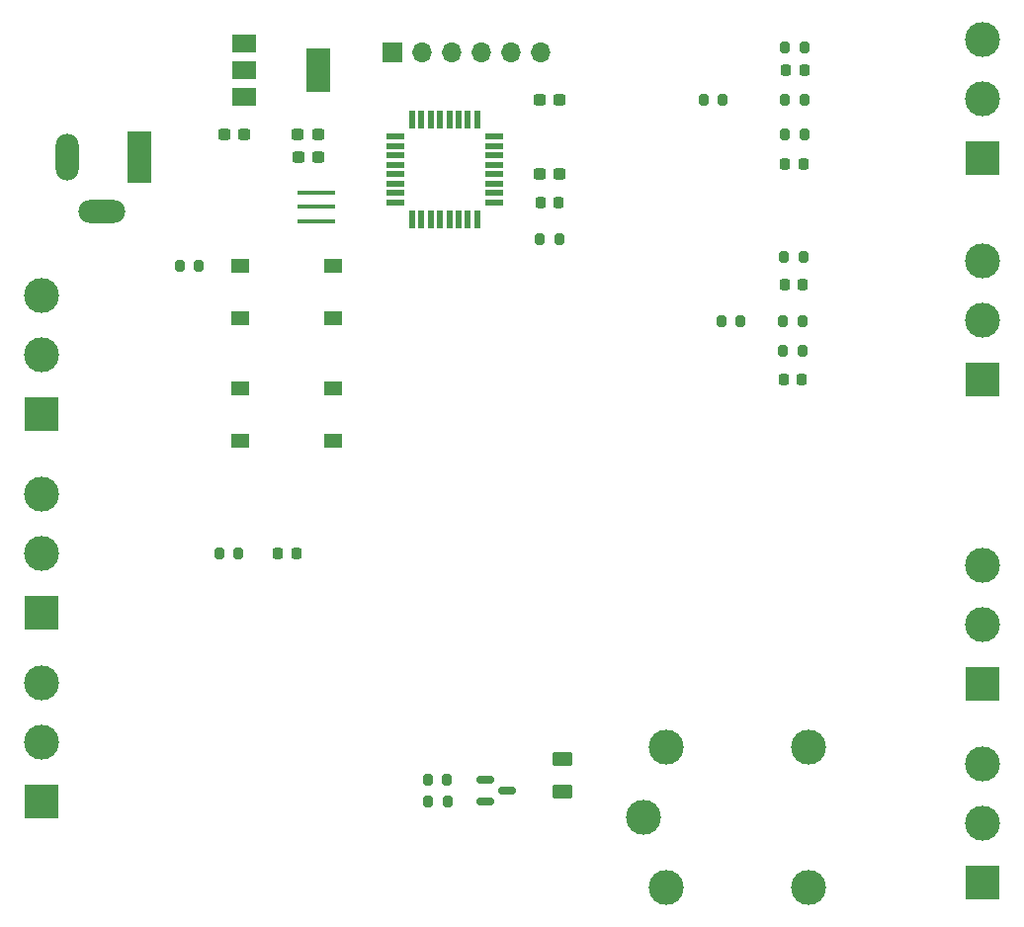
<source format=gbr>
%TF.GenerationSoftware,KiCad,Pcbnew,(6.0.9-0)*%
%TF.CreationDate,2023-01-29T21:20:06-03:00*%
%TF.ProjectId,WaterPumpControl,57617465-7250-4756-9d70-436f6e74726f,rev?*%
%TF.SameCoordinates,Original*%
%TF.FileFunction,Soldermask,Top*%
%TF.FilePolarity,Negative*%
%FSLAX46Y46*%
G04 Gerber Fmt 4.6, Leading zero omitted, Abs format (unit mm)*
G04 Created by KiCad (PCBNEW (6.0.9-0)) date 2023-01-29 21:20:06*
%MOMM*%
%LPD*%
G01*
G04 APERTURE LIST*
G04 Aperture macros list*
%AMRoundRect*
0 Rectangle with rounded corners*
0 $1 Rounding radius*
0 $2 $3 $4 $5 $6 $7 $8 $9 X,Y pos of 4 corners*
0 Add a 4 corners polygon primitive as box body*
4,1,4,$2,$3,$4,$5,$6,$7,$8,$9,$2,$3,0*
0 Add four circle primitives for the rounded corners*
1,1,$1+$1,$2,$3*
1,1,$1+$1,$4,$5*
1,1,$1+$1,$6,$7*
1,1,$1+$1,$8,$9*
0 Add four rect primitives between the rounded corners*
20,1,$1+$1,$2,$3,$4,$5,0*
20,1,$1+$1,$4,$5,$6,$7,0*
20,1,$1+$1,$6,$7,$8,$9,0*
20,1,$1+$1,$8,$9,$2,$3,0*%
G04 Aperture macros list end*
%ADD10R,3.000000X3.000000*%
%ADD11C,3.000000*%
%ADD12RoundRect,0.200000X-0.200000X-0.275000X0.200000X-0.275000X0.200000X0.275000X-0.200000X0.275000X0*%
%ADD13R,1.550000X1.300000*%
%ADD14RoundRect,0.237500X0.300000X0.237500X-0.300000X0.237500X-0.300000X-0.237500X0.300000X-0.237500X0*%
%ADD15RoundRect,0.218750X0.218750X0.256250X-0.218750X0.256250X-0.218750X-0.256250X0.218750X-0.256250X0*%
%ADD16RoundRect,0.200000X0.200000X0.275000X-0.200000X0.275000X-0.200000X-0.275000X0.200000X-0.275000X0*%
%ADD17R,1.600000X0.550000*%
%ADD18R,0.550000X1.600000*%
%ADD19R,2.000000X1.500000*%
%ADD20R,2.000000X3.800000*%
%ADD21R,1.700000X1.700000*%
%ADD22O,1.700000X1.700000*%
%ADD23R,3.200000X0.400000*%
%ADD24RoundRect,0.150000X-0.587500X-0.150000X0.587500X-0.150000X0.587500X0.150000X-0.587500X0.150000X0*%
%ADD25R,2.000000X4.500000*%
%ADD26O,2.000000X4.000000*%
%ADD27O,4.000000X2.000000*%
%ADD28RoundRect,0.250000X0.625000X-0.375000X0.625000X0.375000X-0.625000X0.375000X-0.625000X-0.375000X0*%
G04 APERTURE END LIST*
D10*
%TO.C,J9*%
X26000000Y-89160000D03*
D11*
X26000000Y-84080000D03*
X26000000Y-79000000D03*
%TD*%
D10*
%TO.C,J4*%
X106550000Y-96085664D03*
D11*
X106550000Y-91005664D03*
X106550000Y-85925664D03*
%TD*%
D12*
%TO.C,R12*%
X37815870Y-43250933D03*
X39465870Y-43250933D03*
%TD*%
D13*
%TO.C,SW2*%
X50975000Y-53750000D03*
X43025000Y-53750000D03*
X50975000Y-58250000D03*
X43025000Y-58250000D03*
%TD*%
D14*
%TO.C,C3*%
X49678061Y-33953890D03*
X47953061Y-33953890D03*
%TD*%
D15*
%TO.C,D5*%
X47787500Y-67900000D03*
X46212500Y-67900000D03*
%TD*%
D16*
%TO.C,R11*%
X70325000Y-41000000D03*
X68675000Y-41000000D03*
%TD*%
D15*
%TO.C,D2*%
X91252951Y-34502571D03*
X89677951Y-34502571D03*
%TD*%
D12*
%TO.C,R1*%
X59071323Y-87254820D03*
X60721323Y-87254820D03*
%TD*%
D15*
%TO.C,D3*%
X91187500Y-44900000D03*
X89612500Y-44900000D03*
%TD*%
D16*
%TO.C,R3*%
X91325000Y-32000000D03*
X89675000Y-32000000D03*
%TD*%
D17*
%TO.C,U2*%
X56250000Y-32200000D03*
X56250000Y-33000000D03*
X56250000Y-33800000D03*
X56250000Y-34600000D03*
X56250000Y-35400000D03*
X56250000Y-36200000D03*
X56250000Y-37000000D03*
X56250000Y-37800000D03*
D18*
X57700000Y-39250000D03*
X58500000Y-39250000D03*
X59300000Y-39250000D03*
X60100000Y-39250000D03*
X60900000Y-39250000D03*
X61700000Y-39250000D03*
X62500000Y-39250000D03*
X63300000Y-39250000D03*
D17*
X64750000Y-37800000D03*
X64750000Y-37000000D03*
X64750000Y-36200000D03*
X64750000Y-35400000D03*
X64750000Y-34600000D03*
X64750000Y-33800000D03*
X64750000Y-33000000D03*
X64750000Y-32200000D03*
D18*
X63300000Y-30750000D03*
X62500000Y-30750000D03*
X61700000Y-30750000D03*
X60900000Y-30750000D03*
X60100000Y-30750000D03*
X59300000Y-30750000D03*
X58500000Y-30750000D03*
X57700000Y-30750000D03*
%TD*%
D14*
%TO.C,C1*%
X43362500Y-32000000D03*
X41637500Y-32000000D03*
%TD*%
D19*
%TO.C,U1*%
X43350000Y-24200000D03*
X43350000Y-26500000D03*
D20*
X49650000Y-26500000D03*
D19*
X43350000Y-28800000D03*
%TD*%
D16*
%TO.C,R13*%
X60723715Y-89158455D03*
X59073715Y-89158455D03*
%TD*%
D10*
%TO.C,J8*%
X106550000Y-79040000D03*
D11*
X106550000Y-73960000D03*
X106550000Y-68880000D03*
%TD*%
D21*
%TO.C,J7*%
X56000000Y-25000000D03*
D22*
X58540000Y-25000000D03*
X61080000Y-25000000D03*
X63620000Y-25000000D03*
X66160000Y-25000000D03*
X68700000Y-25000000D03*
%TD*%
D10*
%TO.C,J5*%
X106550000Y-34000000D03*
D11*
X106550000Y-28920000D03*
X106550000Y-23840000D03*
%TD*%
D14*
%TO.C,C5*%
X70362500Y-29000000D03*
X68637500Y-29000000D03*
%TD*%
D10*
%TO.C,J1*%
X26000000Y-55960000D03*
D11*
X26000000Y-50880000D03*
X26000000Y-45800000D03*
%TD*%
D16*
%TO.C,R7*%
X91315558Y-29000000D03*
X89665558Y-29000000D03*
%TD*%
D15*
%TO.C,D4*%
X91087500Y-53000000D03*
X89512500Y-53000000D03*
%TD*%
D16*
%TO.C,R5*%
X91125000Y-50500000D03*
X89475000Y-50500000D03*
%TD*%
%TO.C,R9*%
X91125000Y-48000000D03*
X89475000Y-48000000D03*
%TD*%
D13*
%TO.C,SW1*%
X43025000Y-43250000D03*
X50975000Y-43250000D03*
X43025000Y-47750000D03*
X50975000Y-47750000D03*
%TD*%
D16*
%TO.C,R4*%
X91225000Y-42500000D03*
X89575000Y-42500000D03*
%TD*%
D14*
%TO.C,C2*%
X49648602Y-31953890D03*
X47923602Y-31953890D03*
%TD*%
D15*
%TO.C,D7*%
X70287500Y-37800000D03*
X68712500Y-37800000D03*
%TD*%
%TO.C,D1*%
X91287500Y-26500000D03*
X89712500Y-26500000D03*
%TD*%
D16*
%TO.C,R2*%
X91325000Y-24500000D03*
X89675000Y-24500000D03*
%TD*%
D12*
%TO.C,R6*%
X41175000Y-67880000D03*
X42825000Y-67880000D03*
%TD*%
D11*
%TO.C,K1*%
X77500000Y-90500000D03*
X91700000Y-84500000D03*
X91700000Y-96500000D03*
X79500000Y-96500000D03*
X79500000Y-84500000D03*
%TD*%
D23*
%TO.C,Y1*%
X49500000Y-39400000D03*
X49500000Y-38200000D03*
X49500000Y-37000000D03*
%TD*%
D24*
%TO.C,Q1*%
X63962500Y-87250000D03*
X63962500Y-89150000D03*
X65837500Y-88200000D03*
%TD*%
D25*
%TO.C,J3*%
X34350000Y-33900000D03*
D26*
X28150000Y-33900000D03*
D27*
X31150000Y-38600000D03*
%TD*%
D10*
%TO.C,J2*%
X26000000Y-72960000D03*
D11*
X26000000Y-67880000D03*
X26000000Y-62800000D03*
%TD*%
D16*
%TO.C,R10*%
X85825000Y-48000000D03*
X84175000Y-48000000D03*
%TD*%
D28*
%TO.C,D6*%
X70550000Y-88320000D03*
X70550000Y-85520000D03*
%TD*%
D14*
%TO.C,C4*%
X70334782Y-35371535D03*
X68609782Y-35371535D03*
%TD*%
D16*
%TO.C,R8*%
X84325000Y-29000000D03*
X82675000Y-29000000D03*
%TD*%
D10*
%TO.C,J6*%
X106550000Y-53010000D03*
D11*
X106550000Y-47930000D03*
X106550000Y-42850000D03*
%TD*%
M02*

</source>
